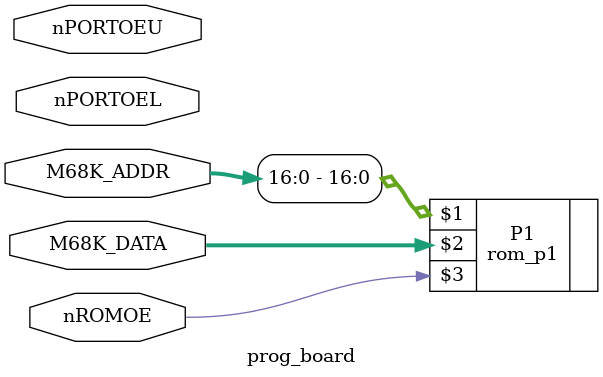
<source format=v>
`timescale 10ns/10ns

module prog_board(
	input [18:0] M68K_ADDR,
	inout [15:0] M68K_DATA,
	input nROMOE,
	input nPORTOEL,
	input nPORTOEU
);

	wire nPORTOE;
	
	assign nPORTOE = nPORTOEL & nPORTOEU;
	
	rom_p1 P1(M68K_ADDR[16:0], M68K_DATA, nROMOE);

endmodule

</source>
